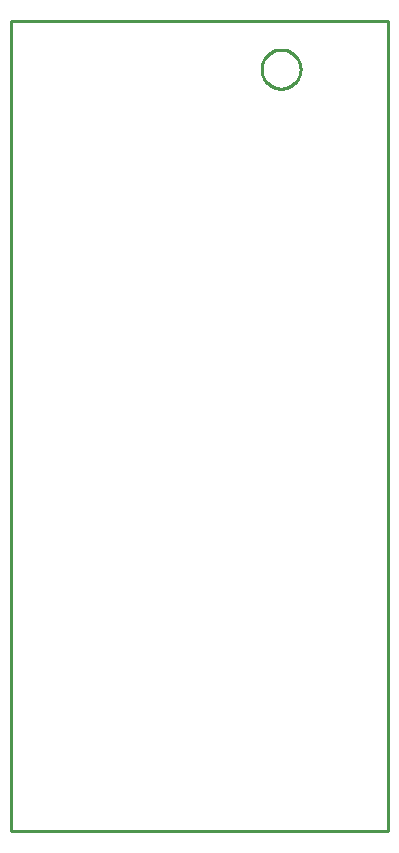
<source format=gbr>
G04 EAGLE Gerber RS-274X export*
G75*
%MOMM*%
%FSLAX34Y34*%
%LPD*%
%IN*%
%IPPOS*%
%AMOC8*
5,1,8,0,0,1.08239X$1,22.5*%
G01*
%ADD10C,0.254000*%


D10*
X0Y0D02*
X319600Y0D01*
X319600Y685700D01*
X0Y685700D01*
X0Y0D01*
X245110Y644620D02*
X245039Y643541D01*
X244898Y642469D01*
X244687Y641409D01*
X244408Y640365D01*
X244060Y639341D01*
X243646Y638343D01*
X243168Y637373D01*
X242628Y636437D01*
X242027Y635538D01*
X241369Y634681D01*
X240657Y633868D01*
X239892Y633104D01*
X239079Y632391D01*
X238222Y631733D01*
X237323Y631132D01*
X236387Y630592D01*
X235417Y630114D01*
X234419Y629700D01*
X233395Y629352D01*
X232351Y629073D01*
X231291Y628862D01*
X230219Y628721D01*
X229140Y628650D01*
X228060Y628650D01*
X226981Y628721D01*
X225909Y628862D01*
X224849Y629073D01*
X223805Y629352D01*
X222781Y629700D01*
X221783Y630114D01*
X220813Y630592D01*
X219877Y631132D01*
X218978Y631733D01*
X218121Y632391D01*
X217308Y633104D01*
X216544Y633868D01*
X215831Y634681D01*
X215173Y635538D01*
X214572Y636437D01*
X214032Y637373D01*
X213554Y638343D01*
X213140Y639341D01*
X212792Y640365D01*
X212513Y641409D01*
X212302Y642469D01*
X212161Y643541D01*
X212090Y644620D01*
X212090Y645700D01*
X212161Y646779D01*
X212302Y647851D01*
X212513Y648911D01*
X212792Y649955D01*
X213140Y650979D01*
X213554Y651977D01*
X214032Y652947D01*
X214572Y653883D01*
X215173Y654782D01*
X215831Y655639D01*
X216544Y656452D01*
X217308Y657217D01*
X218121Y657929D01*
X218978Y658587D01*
X219877Y659188D01*
X220813Y659728D01*
X221783Y660206D01*
X222781Y660620D01*
X223805Y660968D01*
X224849Y661247D01*
X225909Y661458D01*
X226981Y661599D01*
X228060Y661670D01*
X229140Y661670D01*
X230219Y661599D01*
X231291Y661458D01*
X232351Y661247D01*
X233395Y660968D01*
X234419Y660620D01*
X235417Y660206D01*
X236387Y659728D01*
X237323Y659188D01*
X238222Y658587D01*
X239079Y657929D01*
X239892Y657217D01*
X240657Y656452D01*
X241369Y655639D01*
X242027Y654782D01*
X242628Y653883D01*
X243168Y652947D01*
X243646Y651977D01*
X244060Y650979D01*
X244408Y649955D01*
X244687Y648911D01*
X244898Y647851D01*
X245039Y646779D01*
X245110Y645700D01*
X245110Y644620D01*
M02*

</source>
